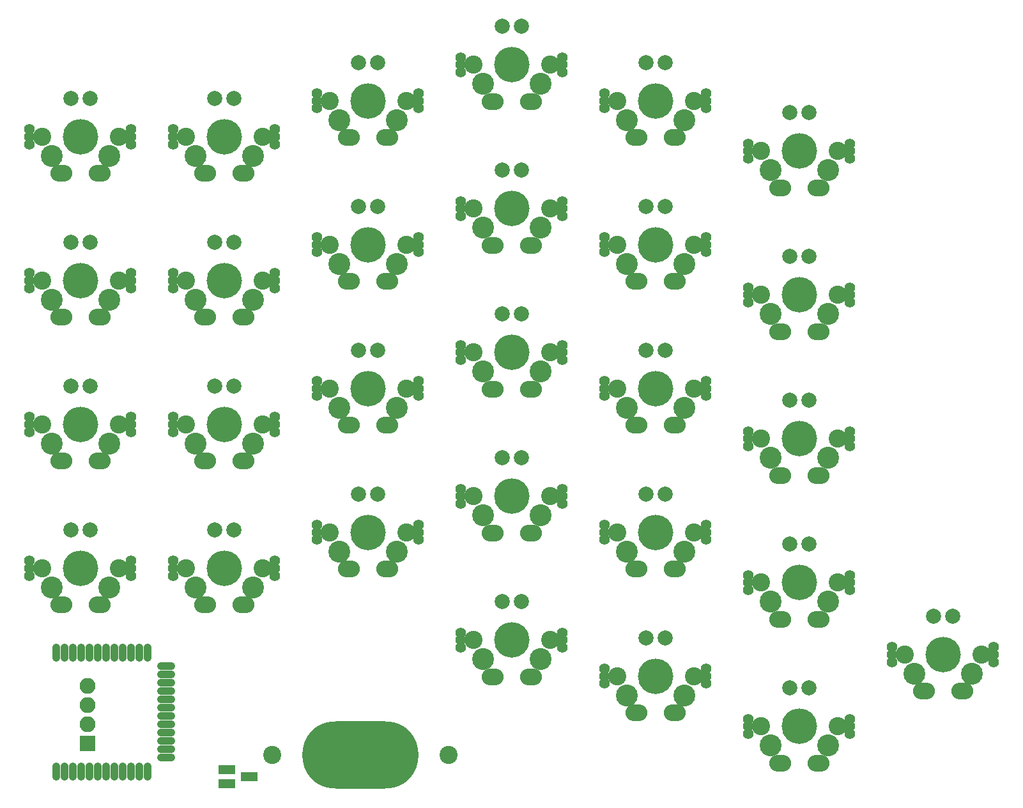
<source format=gbs>
G04 #@! TF.FileFunction,Soldermask,Bot*
%FSLAX46Y46*%
G04 Gerber Fmt 4.6, Leading zero omitted, Abs format (unit mm)*
G04 Created by KiCad (PCBNEW 4.0.7) date Mon Jun  4 02:29:31 2018*
%MOMM*%
%LPD*%
G01*
G04 APERTURE LIST*
%ADD10C,0.100000*%
%ADD11C,2.000000*%
%ADD12C,1.400000*%
%ADD13C,4.700000*%
%ADD14C,2.400000*%
%ADD15C,2.900000*%
%ADD16O,2.900000X2.200000*%
%ADD17O,2.400000X1.100000*%
%ADD18O,1.100000X2.400000*%
%ADD19O,15.400000X8.900000*%
%ADD20R,2.100000X2.100000*%
%ADD21O,2.100000X2.100000*%
%ADD22R,2.300000X1.200000*%
G04 APERTURE END LIST*
D10*
D11*
X151130000Y-101600000D03*
X153670000Y-101600000D03*
D12*
X159100000Y-107680000D03*
X159100000Y-105680000D03*
X159100000Y-106680000D03*
D13*
X152400000Y-106680000D03*
D14*
X157480000Y-106680000D03*
X147320000Y-106680000D03*
D15*
X156210000Y-109220000D03*
D16*
X149860000Y-111556800D03*
D15*
X148590000Y-109220000D03*
D16*
X154940000Y-111556800D03*
D12*
X145700000Y-106680000D03*
X145700000Y-107680000D03*
X145700000Y-105680000D03*
D11*
X132080000Y-111125000D03*
X134620000Y-111125000D03*
D12*
X140050000Y-117205000D03*
X140050000Y-115205000D03*
X140050000Y-116205000D03*
D13*
X133350000Y-116205000D03*
D14*
X138430000Y-116205000D03*
X128270000Y-116205000D03*
D15*
X137160000Y-118745000D03*
D16*
X130810000Y-121081800D03*
D15*
X129540000Y-118745000D03*
D16*
X135890000Y-121081800D03*
D12*
X126650000Y-116205000D03*
X126650000Y-117205000D03*
X126650000Y-115205000D03*
D11*
X36830000Y-33020000D03*
X39370000Y-33020000D03*
D12*
X44800000Y-39100000D03*
X44800000Y-37100000D03*
X44800000Y-38100000D03*
D13*
X38100000Y-38100000D03*
D14*
X43180000Y-38100000D03*
X33020000Y-38100000D03*
D15*
X41910000Y-40640000D03*
D16*
X35560000Y-42976800D03*
D15*
X34290000Y-40640000D03*
D16*
X40640000Y-42976800D03*
D12*
X31400000Y-38100000D03*
X31400000Y-39100000D03*
X31400000Y-37100000D03*
D11*
X36830000Y-52070000D03*
X39370000Y-52070000D03*
D12*
X44800000Y-58150000D03*
X44800000Y-56150000D03*
X44800000Y-57150000D03*
D13*
X38100000Y-57150000D03*
D14*
X43180000Y-57150000D03*
X33020000Y-57150000D03*
D15*
X41910000Y-59690000D03*
D16*
X35560000Y-62026800D03*
D15*
X34290000Y-59690000D03*
D16*
X40640000Y-62026800D03*
D12*
X31400000Y-57150000D03*
X31400000Y-58150000D03*
X31400000Y-56150000D03*
D11*
X36830000Y-71120000D03*
X39370000Y-71120000D03*
D12*
X44800000Y-77200000D03*
X44800000Y-75200000D03*
X44800000Y-76200000D03*
D13*
X38100000Y-76200000D03*
D14*
X43180000Y-76200000D03*
X33020000Y-76200000D03*
D15*
X41910000Y-78740000D03*
D16*
X35560000Y-81076800D03*
D15*
X34290000Y-78740000D03*
D16*
X40640000Y-81076800D03*
D12*
X31400000Y-76200000D03*
X31400000Y-77200000D03*
X31400000Y-75200000D03*
D11*
X36830000Y-90170000D03*
X39370000Y-90170000D03*
D12*
X44800000Y-96250000D03*
X44800000Y-94250000D03*
X44800000Y-95250000D03*
D13*
X38100000Y-95250000D03*
D14*
X43180000Y-95250000D03*
X33020000Y-95250000D03*
D15*
X41910000Y-97790000D03*
D16*
X35560000Y-100126800D03*
D15*
X34290000Y-97790000D03*
D16*
X40640000Y-100126800D03*
D12*
X31400000Y-95250000D03*
X31400000Y-96250000D03*
X31400000Y-94250000D03*
D11*
X55880000Y-33020000D03*
X58420000Y-33020000D03*
D12*
X63850000Y-39100000D03*
X63850000Y-37100000D03*
X63850000Y-38100000D03*
D13*
X57150000Y-38100000D03*
D14*
X62230000Y-38100000D03*
X52070000Y-38100000D03*
D15*
X60960000Y-40640000D03*
D16*
X54610000Y-42976800D03*
D15*
X53340000Y-40640000D03*
D16*
X59690000Y-42976800D03*
D12*
X50450000Y-38100000D03*
X50450000Y-39100000D03*
X50450000Y-37100000D03*
D11*
X55880000Y-52070000D03*
X58420000Y-52070000D03*
D12*
X63850000Y-58150000D03*
X63850000Y-56150000D03*
X63850000Y-57150000D03*
D13*
X57150000Y-57150000D03*
D14*
X62230000Y-57150000D03*
X52070000Y-57150000D03*
D15*
X60960000Y-59690000D03*
D16*
X54610000Y-62026800D03*
D15*
X53340000Y-59690000D03*
D16*
X59690000Y-62026800D03*
D12*
X50450000Y-57150000D03*
X50450000Y-58150000D03*
X50450000Y-56150000D03*
D11*
X55880000Y-71120000D03*
X58420000Y-71120000D03*
D12*
X63850000Y-77200000D03*
X63850000Y-75200000D03*
X63850000Y-76200000D03*
D13*
X57150000Y-76200000D03*
D14*
X62230000Y-76200000D03*
X52070000Y-76200000D03*
D15*
X60960000Y-78740000D03*
D16*
X54610000Y-81076800D03*
D15*
X53340000Y-78740000D03*
D16*
X59690000Y-81076800D03*
D12*
X50450000Y-76200000D03*
X50450000Y-77200000D03*
X50450000Y-75200000D03*
D11*
X55880000Y-90170000D03*
X58420000Y-90170000D03*
D12*
X63850000Y-96250000D03*
X63850000Y-94250000D03*
X63850000Y-95250000D03*
D13*
X57150000Y-95250000D03*
D14*
X62230000Y-95250000D03*
X52070000Y-95250000D03*
D15*
X60960000Y-97790000D03*
D16*
X54610000Y-100126800D03*
D15*
X53340000Y-97790000D03*
D16*
X59690000Y-100126800D03*
D12*
X50450000Y-95250000D03*
X50450000Y-96250000D03*
X50450000Y-94250000D03*
D11*
X74930000Y-28257500D03*
X77470000Y-28257500D03*
D12*
X82900000Y-34337500D03*
X82900000Y-32337500D03*
X82900000Y-33337500D03*
D13*
X76200000Y-33337500D03*
D14*
X81280000Y-33337500D03*
X71120000Y-33337500D03*
D15*
X80010000Y-35877500D03*
D16*
X73660000Y-38214300D03*
D15*
X72390000Y-35877500D03*
D16*
X78740000Y-38214300D03*
D12*
X69500000Y-33337500D03*
X69500000Y-34337500D03*
X69500000Y-32337500D03*
D11*
X74930000Y-47307500D03*
X77470000Y-47307500D03*
D12*
X82900000Y-53387500D03*
X82900000Y-51387500D03*
X82900000Y-52387500D03*
D13*
X76200000Y-52387500D03*
D14*
X81280000Y-52387500D03*
X71120000Y-52387500D03*
D15*
X80010000Y-54927500D03*
D16*
X73660000Y-57264300D03*
D15*
X72390000Y-54927500D03*
D16*
X78740000Y-57264300D03*
D12*
X69500000Y-52387500D03*
X69500000Y-53387500D03*
X69500000Y-51387500D03*
D11*
X74930000Y-66357500D03*
X77470000Y-66357500D03*
D12*
X82900000Y-72437500D03*
X82900000Y-70437500D03*
X82900000Y-71437500D03*
D13*
X76200000Y-71437500D03*
D14*
X81280000Y-71437500D03*
X71120000Y-71437500D03*
D15*
X80010000Y-73977500D03*
D16*
X73660000Y-76314300D03*
D15*
X72390000Y-73977500D03*
D16*
X78740000Y-76314300D03*
D12*
X69500000Y-71437500D03*
X69500000Y-72437500D03*
X69500000Y-70437500D03*
D11*
X74930000Y-85407500D03*
X77470000Y-85407500D03*
D12*
X82900000Y-91487500D03*
X82900000Y-89487500D03*
X82900000Y-90487500D03*
D13*
X76200000Y-90487500D03*
D14*
X81280000Y-90487500D03*
X71120000Y-90487500D03*
D15*
X80010000Y-93027500D03*
D16*
X73660000Y-95364300D03*
D15*
X72390000Y-93027500D03*
D16*
X78740000Y-95364300D03*
D12*
X69500000Y-90487500D03*
X69500000Y-91487500D03*
X69500000Y-89487500D03*
D11*
X93980000Y-23495000D03*
X96520000Y-23495000D03*
D12*
X101950000Y-29575000D03*
X101950000Y-27575000D03*
X101950000Y-28575000D03*
D13*
X95250000Y-28575000D03*
D14*
X100330000Y-28575000D03*
X90170000Y-28575000D03*
D15*
X99060000Y-31115000D03*
D16*
X92710000Y-33451800D03*
D15*
X91440000Y-31115000D03*
D16*
X97790000Y-33451800D03*
D12*
X88550000Y-28575000D03*
X88550000Y-29575000D03*
X88550000Y-27575000D03*
D11*
X93980000Y-42545000D03*
X96520000Y-42545000D03*
D12*
X101950000Y-48625000D03*
X101950000Y-46625000D03*
X101950000Y-47625000D03*
D13*
X95250000Y-47625000D03*
D14*
X100330000Y-47625000D03*
X90170000Y-47625000D03*
D15*
X99060000Y-50165000D03*
D16*
X92710000Y-52501800D03*
D15*
X91440000Y-50165000D03*
D16*
X97790000Y-52501800D03*
D12*
X88550000Y-47625000D03*
X88550000Y-48625000D03*
X88550000Y-46625000D03*
D11*
X93980000Y-61595000D03*
X96520000Y-61595000D03*
D12*
X101950000Y-67675000D03*
X101950000Y-65675000D03*
X101950000Y-66675000D03*
D13*
X95250000Y-66675000D03*
D14*
X100330000Y-66675000D03*
X90170000Y-66675000D03*
D15*
X99060000Y-69215000D03*
D16*
X92710000Y-71551800D03*
D15*
X91440000Y-69215000D03*
D16*
X97790000Y-71551800D03*
D12*
X88550000Y-66675000D03*
X88550000Y-67675000D03*
X88550000Y-65675000D03*
D11*
X93980000Y-80645000D03*
X96520000Y-80645000D03*
D12*
X101950000Y-86725000D03*
X101950000Y-84725000D03*
X101950000Y-85725000D03*
D13*
X95250000Y-85725000D03*
D14*
X100330000Y-85725000D03*
X90170000Y-85725000D03*
D15*
X99060000Y-88265000D03*
D16*
X92710000Y-90601800D03*
D15*
X91440000Y-88265000D03*
D16*
X97790000Y-90601800D03*
D12*
X88550000Y-85725000D03*
X88550000Y-86725000D03*
X88550000Y-84725000D03*
D11*
X93980000Y-99695000D03*
X96520000Y-99695000D03*
D12*
X101950000Y-105775000D03*
X101950000Y-103775000D03*
X101950000Y-104775000D03*
D13*
X95250000Y-104775000D03*
D14*
X100330000Y-104775000D03*
X90170000Y-104775000D03*
D15*
X99060000Y-107315000D03*
D16*
X92710000Y-109651800D03*
D15*
X91440000Y-107315000D03*
D16*
X97790000Y-109651800D03*
D12*
X88550000Y-104775000D03*
X88550000Y-105775000D03*
X88550000Y-103775000D03*
D11*
X113030000Y-28257500D03*
X115570000Y-28257500D03*
D12*
X121000000Y-34337500D03*
X121000000Y-32337500D03*
X121000000Y-33337500D03*
D13*
X114300000Y-33337500D03*
D14*
X119380000Y-33337500D03*
X109220000Y-33337500D03*
D15*
X118110000Y-35877500D03*
D16*
X111760000Y-38214300D03*
D15*
X110490000Y-35877500D03*
D16*
X116840000Y-38214300D03*
D12*
X107600000Y-33337500D03*
X107600000Y-34337500D03*
X107600000Y-32337500D03*
D11*
X113030000Y-47307500D03*
X115570000Y-47307500D03*
D12*
X121000000Y-53387500D03*
X121000000Y-51387500D03*
X121000000Y-52387500D03*
D13*
X114300000Y-52387500D03*
D14*
X119380000Y-52387500D03*
X109220000Y-52387500D03*
D15*
X118110000Y-54927500D03*
D16*
X111760000Y-57264300D03*
D15*
X110490000Y-54927500D03*
D16*
X116840000Y-57264300D03*
D12*
X107600000Y-52387500D03*
X107600000Y-53387500D03*
X107600000Y-51387500D03*
D11*
X113030000Y-66357500D03*
X115570000Y-66357500D03*
D12*
X121000000Y-72437500D03*
X121000000Y-70437500D03*
X121000000Y-71437500D03*
D13*
X114300000Y-71437500D03*
D14*
X119380000Y-71437500D03*
X109220000Y-71437500D03*
D15*
X118110000Y-73977500D03*
D16*
X111760000Y-76314300D03*
D15*
X110490000Y-73977500D03*
D16*
X116840000Y-76314300D03*
D12*
X107600000Y-71437500D03*
X107600000Y-72437500D03*
X107600000Y-70437500D03*
D11*
X113030000Y-85407500D03*
X115570000Y-85407500D03*
D12*
X121000000Y-91487500D03*
X121000000Y-89487500D03*
X121000000Y-90487500D03*
D13*
X114300000Y-90487500D03*
D14*
X119380000Y-90487500D03*
X109220000Y-90487500D03*
D15*
X118110000Y-93027500D03*
D16*
X111760000Y-95364300D03*
D15*
X110490000Y-93027500D03*
D16*
X116840000Y-95364300D03*
D12*
X107600000Y-90487500D03*
X107600000Y-91487500D03*
X107600000Y-89487500D03*
D11*
X113030000Y-104457500D03*
X115570000Y-104457500D03*
D12*
X121000000Y-110537500D03*
X121000000Y-108537500D03*
X121000000Y-109537500D03*
D13*
X114300000Y-109537500D03*
D14*
X119380000Y-109537500D03*
X109220000Y-109537500D03*
D15*
X118110000Y-112077500D03*
D16*
X111760000Y-114414300D03*
D15*
X110490000Y-112077500D03*
D16*
X116840000Y-114414300D03*
D12*
X107600000Y-109537500D03*
X107600000Y-110537500D03*
X107600000Y-108537500D03*
D11*
X132080000Y-34925000D03*
X134620000Y-34925000D03*
D12*
X140050000Y-41005000D03*
X140050000Y-39005000D03*
X140050000Y-40005000D03*
D13*
X133350000Y-40005000D03*
D14*
X138430000Y-40005000D03*
X128270000Y-40005000D03*
D15*
X137160000Y-42545000D03*
D16*
X130810000Y-44881800D03*
D15*
X129540000Y-42545000D03*
D16*
X135890000Y-44881800D03*
D12*
X126650000Y-40005000D03*
X126650000Y-41005000D03*
X126650000Y-39005000D03*
D11*
X132080000Y-53975000D03*
X134620000Y-53975000D03*
D12*
X140050000Y-60055000D03*
X140050000Y-58055000D03*
X140050000Y-59055000D03*
D13*
X133350000Y-59055000D03*
D14*
X138430000Y-59055000D03*
X128270000Y-59055000D03*
D15*
X137160000Y-61595000D03*
D16*
X130810000Y-63931800D03*
D15*
X129540000Y-61595000D03*
D16*
X135890000Y-63931800D03*
D12*
X126650000Y-59055000D03*
X126650000Y-60055000D03*
X126650000Y-58055000D03*
D11*
X132080000Y-73025000D03*
X134620000Y-73025000D03*
D12*
X140050000Y-79105000D03*
X140050000Y-77105000D03*
X140050000Y-78105000D03*
D13*
X133350000Y-78105000D03*
D14*
X138430000Y-78105000D03*
X128270000Y-78105000D03*
D15*
X137160000Y-80645000D03*
D16*
X130810000Y-82981800D03*
D15*
X129540000Y-80645000D03*
D16*
X135890000Y-82981800D03*
D12*
X126650000Y-78105000D03*
X126650000Y-79105000D03*
X126650000Y-77105000D03*
D11*
X132080000Y-92075000D03*
X134620000Y-92075000D03*
D12*
X140050000Y-98155000D03*
X140050000Y-96155000D03*
X140050000Y-97155000D03*
D13*
X133350000Y-97155000D03*
D14*
X138430000Y-97155000D03*
X128270000Y-97155000D03*
D15*
X137160000Y-99695000D03*
D16*
X130810000Y-102031800D03*
D15*
X129540000Y-99695000D03*
D16*
X135890000Y-102031800D03*
D12*
X126650000Y-97155000D03*
X126650000Y-98155000D03*
X126650000Y-96155000D03*
D17*
X49452500Y-120350000D03*
X49452500Y-119250000D03*
X49452500Y-118150000D03*
X49452500Y-117050000D03*
X49452500Y-115950000D03*
X49452500Y-114850000D03*
X49452500Y-113750000D03*
X49452500Y-112650000D03*
X49452500Y-111550000D03*
X49452500Y-110450000D03*
X49452500Y-109350000D03*
X49452500Y-108250000D03*
D18*
X47052500Y-122200000D03*
X45952500Y-122200000D03*
X44852500Y-122200000D03*
X43752500Y-122200000D03*
X42652500Y-122200000D03*
X41552500Y-122200000D03*
X40452500Y-122200000D03*
X39352500Y-122200000D03*
X38252500Y-122200000D03*
X37152500Y-122200000D03*
X36052500Y-122200000D03*
X34952500Y-122200000D03*
X47052500Y-106400000D03*
X45952500Y-106400000D03*
X44852500Y-106400000D03*
X43752500Y-106400000D03*
X42652500Y-106400000D03*
X41552500Y-106400000D03*
X40452500Y-106400000D03*
X39352500Y-106400000D03*
X38252500Y-106400000D03*
X37152500Y-106400000D03*
X36052500Y-106400000D03*
X34952500Y-106400000D03*
D14*
X63547500Y-120015000D03*
X86947500Y-120015000D03*
D19*
X75247500Y-120015000D03*
D20*
X39052500Y-118427500D03*
D21*
X39052500Y-115887500D03*
X39052500Y-113347500D03*
X39052500Y-110807500D03*
D22*
X57500000Y-123800000D03*
X57500000Y-121900000D03*
X60500000Y-122850000D03*
M02*

</source>
